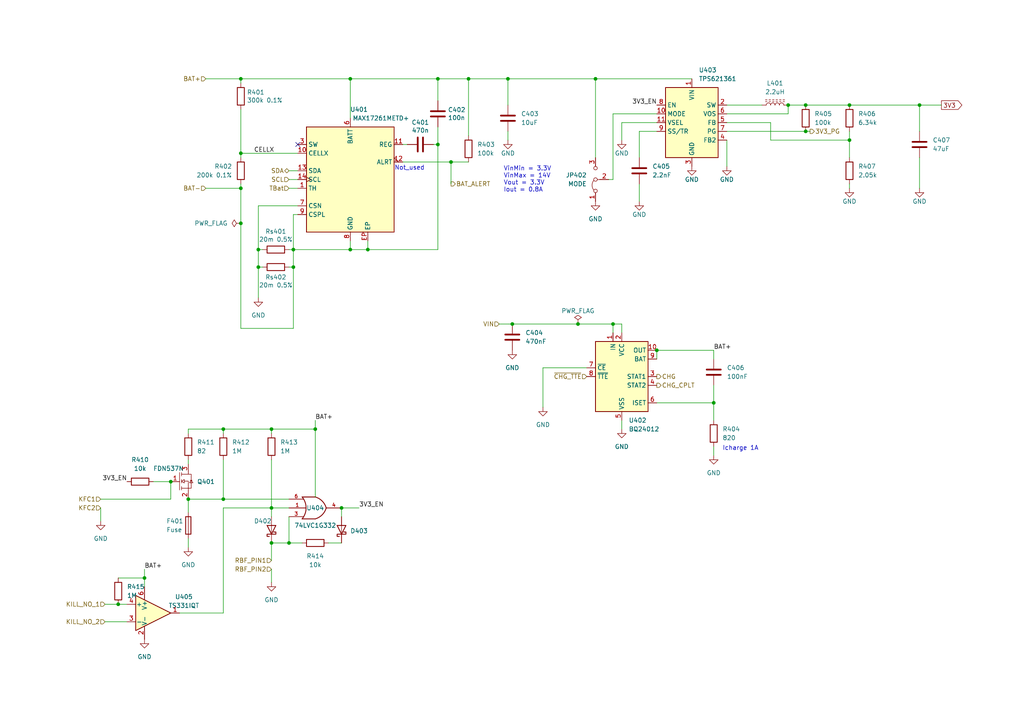
<source format=kicad_sch>
(kicad_sch (version 20211123) (generator eeschema)
  (paper "A4")
  (lib_symbols
    (symbol "74xGxx:74LVC1G332" (pin_names (offset 1.016))
      (property "Reference" "U" (at -2.54 5.08 0))
      (property "Value" "74LVC1G332" (at 0 -5.08 0))
      (symbol "74LVC1G332_0_1"
        (arc (start -3.81 -3.175) (mid -2.6605 0) (end -3.81 3.175) (stroke (width 0.254)))
        (arc (start 0 -3.175) (mid 1.9989 -1.9989) (end 3.175 0) (stroke (width 0.254)))
        (polyline (pts (xy 0 -3.175) (xy -3.81 -3.175)) (stroke (width 0.254)))
        (polyline (pts (xy 0 3.175) (xy -3.81 3.175)) (stroke (width 0.254)))
        (arc (start 3.175 0) (mid 1.9989 1.9989) (end 0 3.175) (stroke (width 0.254)))
      )
      (symbol "74LVC1G332_1_1"
        (pin input line (at -7.62 0 0) (length 4.826) (name "~") (number "1"))
        (pin power_in line (at 0 -3.175 270) (length 0) hide (name "GND") (number "2"))
        (pin input line (at -7.62 -2.54 0) (length 4.191) (name "~") (number "3"))
        (pin output line (at 7.62 0 180) (length 4.445) (name "~") (number "4"))
        (pin power_in line (at 0 3.175 90) (length 0) hide (name "VCC") (number "5"))
        (pin input line (at -7.62 2.54 0) (length 4.191) (name "~") (number "6"))
      )
    )
    (symbol "Battery_Management:BQ24013"
      (property "Reference" "U" (at -7.62 12.7 0))
      (property "Value" "BQ24013" (at 7.62 12.7 0))
      (symbol "BQ24013_0_1"
        (rectangle (start -7.62 10.16) (end 7.62 -10.16) (stroke (width 0.254)) (fill (type background)))
      )
      (symbol "BQ24013_1_1"
        (pin power_in line (at -2.54 12.7 270) (length 2.54) (name "IN") (number "1"))
        (pin power_out line (at 10.16 7.62 180) (length 2.54) (name "OUT") (number "10"))
        (pin passive line (at 0 -12.7 90) (length 2.54) hide (name "VSS") (number "11"))
        (pin power_in line (at 0 12.7 270) (length 2.54) (name "VCC") (number "2"))
        (pin open_collector line (at 10.16 0 180) (length 2.54) (name "STAT1") (number "3"))
        (pin open_collector line (at 10.16 -2.54 180) (length 2.54) (name "STAT2") (number "4"))
        (pin power_in line (at 0 -12.7 90) (length 2.54) (name "VSS") (number "5"))
        (pin output line (at 10.16 -7.62 180) (length 2.54) (name "ISET") (number "6"))
        (pin input line (at -10.16 2.54 0) (length 2.54) (name "~{CE}") (number "7"))
        (pin input line (at -10.16 0 0) (length 2.54) (name "~{TTE}") (number "8"))
        (pin input line (at 10.16 5.08 180) (length 2.54) (name "BAT") (number "9"))
      )
    )
    (symbol "Device:C" (pin_numbers hide) (pin_names (offset 0.254))
      (property "Reference" "C" (at 0.635 2.54 0))
      (property "Value" "C" (at 0.635 -2.54 0))
      (symbol "C_0_1"
        (polyline (pts (xy -2.032 -0.762) (xy 2.032 -0.762)) (stroke (width 0.508)))
        (polyline (pts (xy -2.032 0.762) (xy 2.032 0.762)) (stroke (width 0.508)))
      )
      (symbol "C_1_1"
        (pin passive line (at 0 3.81 270) (length 2.794) (name "~") (number "1"))
        (pin passive line (at 0 -3.81 90) (length 2.794) (name "~") (number "2"))
      )
    )
    (symbol "Device:Fuse" (pin_numbers hide) (pin_names (offset 0))
      (property "Reference" "F" (at 2.032 0 90))
      (property "Value" "Fuse" (at -1.905 0 90))
      (symbol "Fuse_0_1"
        (rectangle (start -0.762 -2.54) (end 0.762 2.54) (stroke (width 0.254)))
        (polyline (pts (xy 0 2.54) (xy 0 -2.54)))
      )
      (symbol "Fuse_1_1"
        (pin passive line (at 0 3.81 270) (length 1.27) (name "~") (number "1"))
        (pin passive line (at 0 -3.81 90) (length 1.27) (name "~") (number "2"))
      )
    )
    (symbol "Device:L_Ferrite" (pin_numbers hide) (pin_names (offset 1.016) hide)
      (property "Reference" "L" (at -1.27 0 90))
      (property "Value" "L_Ferrite" (at 2.794 0 90))
      (symbol "L_Ferrite_0_1"
        (arc (start 0 -2.54) (mid 0.635 -1.905) (end 0 -1.27))
        (arc (start 0 -1.27) (mid 0.635 -0.635) (end 0 0))
        (polyline (pts (xy 1.016 -2.794) (xy 1.016 -2.286)))
        (polyline (pts (xy 1.016 -1.778) (xy 1.016 -1.27)))
        (polyline (pts (xy 1.016 -0.762) (xy 1.016 -0.254)))
        (polyline (pts (xy 1.016 0.254) (xy 1.016 0.762)))
        (polyline (pts (xy 1.016 1.27) (xy 1.016 1.778)))
        (polyline (pts (xy 1.016 2.286) (xy 1.016 2.794)))
        (polyline (pts (xy 1.524 -2.286) (xy 1.524 -2.794)))
        (polyline (pts (xy 1.524 -1.27) (xy 1.524 -1.778)))
        (polyline (pts (xy 1.524 -0.254) (xy 1.524 -0.762)))
        (polyline (pts (xy 1.524 0.762) (xy 1.524 0.254)))
        (polyline (pts (xy 1.524 1.778) (xy 1.524 1.27)))
        (polyline (pts (xy 1.524 2.794) (xy 1.524 2.286)))
        (arc (start 0 0) (mid 0.635 0.635) (end 0 1.27))
        (arc (start 0 1.27) (mid 0.635 1.905) (end 0 2.54))
      )
      (symbol "L_Ferrite_1_1"
        (pin passive line (at 0 3.81 270) (length 1.27) (name "1") (number "1"))
        (pin passive line (at 0 -3.81 90) (length 1.27) (name "2") (number "2"))
      )
    )
    (symbol "Device:R" (pin_numbers hide) (pin_names (offset 0))
      (property "Reference" "R" (at 2.032 0 90))
      (property "Value" "R" (at 0 0 90))
      (symbol "R_0_1"
        (rectangle (start -1.016 -2.54) (end 1.016 2.54) (stroke (width 0.254)))
      )
      (symbol "R_1_1"
        (pin passive line (at 0 3.81 270) (length 1.27) (name "~") (number "1"))
        (pin passive line (at 0 -3.81 90) (length 1.27) (name "~") (number "2"))
      )
    )
    (symbol "Jumper:Jumper_3_Bridged12" (pin_names (offset 0) hide)
      (property "Reference" "JP" (at -2.54 -2.54 0))
      (property "Value" "Jumper_3_Bridged12" (at 0 2.794 0))
      (symbol "Jumper_3_Bridged12_0_0"
        (circle (center -3.302 0) (radius 0.508))
        (circle (center 0 0) (radius 0.508))
        (circle (center 3.302 0) (radius 0.508))
      )
      (symbol "Jumper_3_Bridged12_0_1"
        (arc (start -0.254 0.508) (mid -1.651 0.9912) (end -3.048 0.508))
        (polyline (pts (xy 0 -1.27) (xy 0 -0.508)))
      )
      (symbol "Jumper_3_Bridged12_1_1"
        (pin passive line (at -6.35 0 0) (length 2.54) (name "A") (number "1"))
        (pin passive line (at 0 -3.81 90) (length 2.54) (name "C") (number "2"))
        (pin passive line (at 6.35 0 180) (length 2.54) (name "B") (number "3"))
      )
    )
    (symbol "lsf-kicad:CDBU40-HF" (pin_numbers hide) (pin_names hide)
      (property "Reference" "D" (at 0.3175 6.35 0))
      (property "Value" "CDBU40-HF" (at 0.3175 3.81 0))
      (symbol "CDBU40-HF_0_1"
        (polyline (pts (xy 1.27 0) (xy -1.27 0)))
        (polyline (pts (xy 1.27 1.27) (xy 1.27 -1.27) (xy -1.27 0) (xy 1.27 1.27)) (stroke (width 0.254)))
        (polyline (pts (xy -1.905 0.635) (xy -1.905 1.27) (xy -1.27 1.27) (xy -1.27 -1.27) (xy -0.635 -1.27) (xy -0.635 -0.635)) (stroke (width 0.254)))
      )
      (symbol "CDBU40-HF_1_1"
        (pin passive line (at -3.81 0 0) (length 2.54) (name "K") (number "1"))
        (pin passive line (at 3.81 0 180) (length 2.54) (name "A") (number "2"))
      )
    )
    (symbol "lsf-kicad:FDN537N"
      (property "Reference" "Q" (at 3.81 3.81 0))
      (property "Value" "FDN537N" (at 5.08 1.27 0))
      (symbol "FDN537N_0_0"
        (polyline (pts (xy 0.0078 2.6609) (xy 0.0078 -2.4191)))
        (polyline (pts (xy 0.592 -1.4031) (xy 0.592 -2.4191)))
        (polyline (pts (xy 0.592 0.6289) (xy 0.592 -0.3871)))
        (polyline (pts (xy 0.592 2.6609) (xy 0.592 1.6449)))
        (polyline (pts (xy 3.64 0.3749) (xy 3.132 0.3749)))
        (polyline (pts (xy 0.592 -1.9111) (xy 3.386 -1.9111) (xy 3.386 2.1529) (xy 0.592 2.1529)))
        (polyline (pts (xy 0.592 0.1209) (xy 1.3794 -0.3871) (xy 1.3794 0.6289) (xy 0.592 0.1209)) (stroke (width 0.1524)))
        (polyline (pts (xy 3.386 0.4511) (xy 2.878 -0.3363) (xy 3.894 -0.3363) (xy 3.386 0.4511)) (stroke (width 0.1524)))
      )
      (symbol "FDN537N_0_1"
        (polyline (pts (xy 2.54 2.54) (xy 2.54 2.1844)))
        (polyline (pts (xy 2.54 -2.54) (xy 2.54 0.1524) (xy 1.4224 0.1524)))
      )
      (symbol "FDN537N_1_1"
        (pin input line (at -2.54 0 0) (length 2.54) (name "") (number "1"))
        (pin passive line (at 2.54 -5.08 90) (length 2.54) (name "") (number "2"))
        (pin passive line (at 2.54 5.08 270) (length 2.54) (name "") (number "3"))
      )
    )
    (symbol "lsf-kicad:MAX17261METD+"
      (property "Reference" "U" (at 0 5.08 0))
      (property "Value" "MAX17261METD+" (at 0 1.27 0))
      (symbol "MAX17261METD+_0_1"
        (rectangle (start -12.7 15.24) (end 12.7 -15.24) (stroke (width 0.254)) (fill (type background)))
      )
      (symbol "MAX17261METD+_1_1"
        (pin input line (at -15.24 -2.54 0) (length 2.54) (name "TH") (number "1"))
        (pin passive line (at -15.24 7.62 0) (length 2.54) (name "CELLX") (number "10"))
        (pin power_out line (at 15.24 10.16 180) (length 2.54) (name "REG") (number "11"))
        (pin open_collector output_low (at 15.24 5.08 180) (length 2.54) (name "ALRT") (number "12"))
        (pin bidirectional line (at -15.24 2.54 0) (length 2.54) (name "SDA") (number "13"))
        (pin input clock (at -15.24 0 0) (length 2.54) (name "SCL") (number "14"))
        (pin no_connect line (at -10.16 -17.78 90) (length 2.54) hide (name "NC") (number "2"))
        (pin output line (at -15.24 10.16 0) (length 2.54) (name "SW") (number "3"))
        (pin no_connect line (at -7.62 -17.78 90) (length 2.54) hide (name "NC") (number "4"))
        (pin no_connect line (at -5.08 -17.78 90) (length 2.54) hide (name "NC") (number "5"))
        (pin power_in line (at 0 17.78 270) (length 2.54) (name "BATT") (number "6"))
        (pin passive line (at -15.24 -7.62 0) (length 2.54) (name "CSN") (number "7"))
        (pin power_in line (at 0 -17.78 90) (length 2.54) (name "GND") (number "8"))
        (pin passive line (at -15.24 -10.16 0) (length 2.54) (name "CSPL") (number "9"))
        (pin power_in line (at 5.08 -17.78 90) (length 2.54) (name "EP") (number "EP"))
      )
    )
    (symbol "lsf-kicad:TPS62136x"
      (property "Reference" "U403" (at 2.0194 15.24 0))
      (property "Value" "TPS62136x" (at 2.0194 12.7 0))
      (symbol "TPS62136x_0_1"
        (rectangle (start -7.62 10.16) (end 7.62 -10.16) (stroke (width 0.254)) (fill (type background)))
      )
      (symbol "TPS62136x_1_1"
        (pin power_in line (at 0 12.7 270) (length 2.54) (name "VIN") (number "1"))
        (pin input line (at -10.16 2.54 0) (length 2.54) (name "MODE") (number "10"))
        (pin input line (at -10.16 0 0) (length 2.54) (name "VSEL") (number "11"))
        (pin passive line (at 10.16 5.08 180) (length 2.54) (name "SW") (number "2"))
        (pin power_in line (at 0 -12.7 90) (length 2.54) (name "GND") (number "3"))
        (pin power_in line (at 10.16 -5.08 180) (length 2.54) (name "FB2") (number "4"))
        (pin input line (at 10.16 0 180) (length 2.54) (name "FB") (number "5"))
        (pin input line (at 10.16 2.54 180) (length 2.54) (name "VOS") (number "6"))
        (pin open_collector line (at 10.16 -2.54 180) (length 2.54) (name "PG") (number "7"))
        (pin input line (at -10.16 5.08 0) (length 2.54) (name "EN") (number "8"))
        (pin input line (at -10.16 -2.54 0) (length 2.54) (name "SS/TR") (number "9"))
      )
    )
    (symbol "lsf-kicad:TS331" (pin_names (offset 0.127))
      (property "Reference" "U?" (at 8.89 4.699 0))
      (property "Value" "TS331" (at 8.89 2.159 0))
      (symbol "TS331_0_1"
        (polyline (pts (xy -5.08 5.08) (xy 5.08 0) (xy -5.08 -5.08) (xy -5.08 5.08)) (stroke (width 0.254)) (fill (type background)))
      )
      (symbol "TS331_1_1"
        (pin open_collector line (at 7.62 0 180) (length 2.54) (name "~") (number "1"))
        (pin power_in line (at -2.54 -7.62 90) (length 3.81) (name "V-") (number "2"))
        (pin input line (at -7.62 -2.54 0) (length 2.54) (name "-") (number "3"))
        (pin input line (at -7.62 2.54 0) (length 2.54) (name "+") (number "4"))
        (pin power_in line (at -2.54 7.62 270) (length 3.81) (name "V+") (number "6"))
      )
    )
    (symbol "power:GND" (power) (pin_names (offset 0))
      (property "Value" "GND" (at 0 -3.81 0))
      (symbol "GND_0_1"
        (polyline (pts (xy 0 0) (xy 0 -1.27) (xy 1.27 -1.27) (xy 0 -2.54) (xy -1.27 -1.27) (xy 0 -1.27)))
      )
      (symbol "GND_1_1"
        (pin power_in line (at 0 0 270) (length 0) hide (name "GND") (number "1"))
      )
    )
    (symbol "power:PWR_FLAG" (power) (pin_numbers hide) (pin_names (offset 0) hide)
      (property "Value" "PWR_FLAG" (at 0 3.81 0))
      (symbol "PWR_FLAG_0_0"
        (pin power_out line (at 0 0 90) (length 0) (name "pwr") (number "1"))
      )
      (symbol "PWR_FLAG_0_1"
        (polyline (pts (xy 0 0) (xy 0 1.27) (xy -1.016 1.905) (xy 0 2.54) (xy 1.016 1.905) (xy 0 1.27)))
      )
    )
  )
  (junction (at 190.5 101.6))
  (junction (at 101.6 22.86))
  (junction (at 177.8 93.98))
  (junction (at 74.93 72.39))
  (junction (at 64.77 124.46))
  (junction (at 64.77 144.78))
  (junction (at 78.74 157.48))
  (junction (at 135.89 22.86))
  (junction (at 69.85 22.86))
  (junction (at 233.68 38.1))
  (junction (at 246.38 30.48))
  (junction (at 167.64 93.98))
  (junction (at 85.09 77.47))
  (junction (at 207.01 116.84))
  (junction (at 78.74 147.32))
  (junction (at 233.68 30.48))
  (junction (at 69.85 44.45))
  (junction (at 147.32 22.86))
  (junction (at 246.38 40.64))
  (junction (at 148.59 93.98))
  (junction (at 69.85 54.61))
  (junction (at 85.09 72.39))
  (junction (at 41.91 167.64))
  (junction (at 49.53 139.7))
  (junction (at 34.29 175.26))
  (junction (at 99.06 147.32))
  (junction (at 266.7 30.48))
  (junction (at 78.74 124.46))
  (junction (at 83.82 157.48))
  (junction (at 130.81 46.99))
  (junction (at 74.93 77.47))
  (junction (at 127 22.86))
  (junction (at 91.44 124.46))
  (junction (at 101.6 72.39))
  (junction (at 54.61 144.78))
  (junction (at 106.68 72.39))
  (junction (at 172.72 22.86))
  (junction (at 228.6 30.48))
  (junction (at 69.85 64.77))
  (junction (at 127 41.91))
  (no_connect (at 86.36 41.91))
  (wire (pts (xy 78.74 147.32) (xy 83.82 147.32)))
  (wire (pts (xy 223.52 40.64) (xy 246.38 40.64)))
  (wire (pts (xy 34.29 167.64) (xy 41.91 167.64)))
  (wire (pts (xy 207.01 111.76) (xy 207.01 116.84)))
  (wire (pts (xy 101.6 34.29) (xy 101.6 22.86)))
  (wire (pts (xy 64.77 124.46) (xy 64.77 125.73)))
  (wire (pts (xy 167.64 93.98) (xy 177.8 93.98)))
  (wire (pts (xy 101.6 69.85) (xy 101.6 72.39)))
  (wire (pts (xy 207.01 121.92) (xy 207.01 116.84)))
  (wire (pts (xy 127 41.91) (xy 127 72.39)))
  (wire (pts (xy 246.38 30.48) (xy 233.68 30.48)))
  (wire (pts (xy 69.85 44.45) (xy 69.85 45.72)))
  (wire (pts (xy 207.01 101.6) (xy 207.01 104.14)))
  (wire (pts (xy 233.68 38.1) (xy 210.82 38.1)))
  (wire (pts (xy 54.61 144.78) (xy 54.61 148.59)))
  (wire (pts (xy 69.85 64.77) (xy 69.85 95.25)))
  (wire (pts (xy 228.6 33.02) (xy 228.6 30.48)))
  (wire (pts (xy 86.36 59.69) (xy 74.93 59.69)))
  (wire (pts (xy 69.85 54.61) (xy 69.85 53.34)))
  (wire (pts (xy 78.74 165.1) (xy 78.74 168.91)))
  (wire (pts (xy 91.44 121.92) (xy 91.44 124.46)))
  (wire (pts (xy 127 41.91) (xy 125.73 41.91)))
  (wire (pts (xy 30.48 180.34) (xy 36.83 180.34)))
  (wire (pts (xy 106.68 72.39) (xy 127 72.39)))
  (wire (pts (xy 91.44 124.46) (xy 78.74 124.46)))
  (wire (pts (xy 44.45 139.7) (xy 49.53 139.7)))
  (wire (pts (xy 64.77 133.35) (xy 64.77 144.78)))
  (wire (pts (xy 49.53 144.78) (xy 49.53 139.7)))
  (wire (pts (xy 234.95 38.1) (xy 233.68 38.1)))
  (wire (pts (xy 207.01 116.84) (xy 190.5 116.84)))
  (wire (pts (xy 59.69 22.86) (xy 69.85 22.86)))
  (wire (pts (xy 54.61 144.78) (xy 64.77 144.78)))
  (wire (pts (xy 210.82 30.48) (xy 220.98 30.48)))
  (wire (pts (xy 246.38 54.61) (xy 246.38 53.34)))
  (wire (pts (xy 177.8 52.07) (xy 176.53 52.07)))
  (wire (pts (xy 180.34 93.98) (xy 180.34 96.52)))
  (wire (pts (xy 83.82 52.07) (xy 86.36 52.07)))
  (wire (pts (xy 177.8 93.98) (xy 180.34 93.98)))
  (wire (pts (xy 91.44 124.46) (xy 91.44 144.145)))
  (wire (pts (xy 86.36 62.23) (xy 85.09 62.23)))
  (wire (pts (xy 78.74 124.46) (xy 78.74 125.73)))
  (wire (pts (xy 101.6 22.86) (xy 127 22.86)))
  (wire (pts (xy 116.84 41.91) (xy 118.11 41.91)))
  (wire (pts (xy 74.93 77.47) (xy 74.93 86.36)))
  (wire (pts (xy 246.38 40.64) (xy 246.38 38.1)))
  (wire (pts (xy 177.8 93.98) (xy 177.8 96.52)))
  (wire (pts (xy 135.89 22.86) (xy 135.89 39.37)))
  (wire (pts (xy 69.85 54.61) (xy 69.85 64.77)))
  (wire (pts (xy 76.2 77.47) (xy 74.93 77.47)))
  (wire (pts (xy 30.48 175.26) (xy 34.29 175.26)))
  (wire (pts (xy 78.74 133.35) (xy 78.74 147.32)))
  (wire (pts (xy 34.29 175.26) (xy 36.83 175.26)))
  (wire (pts (xy 83.82 157.48) (xy 83.82 149.86)))
  (wire (pts (xy 69.85 22.86) (xy 69.85 24.13)))
  (wire (pts (xy 127 22.86) (xy 135.89 22.86)))
  (wire (pts (xy 86.36 54.61) (xy 83.82 54.61)))
  (wire (pts (xy 130.81 46.99) (xy 130.81 53.34)))
  (wire (pts (xy 64.77 177.8) (xy 64.77 147.32)))
  (wire (pts (xy 69.85 95.25) (xy 85.09 95.25)))
  (wire (pts (xy 78.74 124.46) (xy 64.77 124.46)))
  (wire (pts (xy 106.68 72.39) (xy 101.6 72.39)))
  (wire (pts (xy 147.32 30.48) (xy 147.32 22.86)))
  (wire (pts (xy 69.85 31.75) (xy 69.85 44.45)))
  (wire (pts (xy 177.8 33.02) (xy 177.8 52.07)))
  (wire (pts (xy 78.74 157.48) (xy 78.74 162.56)))
  (wire (pts (xy 157.48 106.68) (xy 157.48 118.11)))
  (wire (pts (xy 116.84 46.99) (xy 130.81 46.99)))
  (wire (pts (xy 29.21 144.78) (xy 49.53 144.78)))
  (wire (pts (xy 41.91 165.1) (xy 41.91 167.64)))
  (wire (pts (xy 185.42 53.34) (xy 185.42 58.42)))
  (wire (pts (xy 210.82 40.64) (xy 210.82 48.26)))
  (wire (pts (xy 130.81 46.99) (xy 135.89 46.99)))
  (wire (pts (xy 147.32 22.86) (xy 172.72 22.86)))
  (wire (pts (xy 210.82 33.02) (xy 228.6 33.02)))
  (wire (pts (xy 223.52 35.56) (xy 223.52 40.64)))
  (wire (pts (xy 157.48 106.68) (xy 170.18 106.68)))
  (wire (pts (xy 54.61 156.21) (xy 54.61 158.75)))
  (wire (pts (xy 172.72 22.86) (xy 200.66 22.86)))
  (wire (pts (xy 83.82 49.53) (xy 86.36 49.53)))
  (wire (pts (xy 148.59 93.98) (xy 167.64 93.98)))
  (wire (pts (xy 106.68 69.85) (xy 106.68 72.39)))
  (wire (pts (xy 54.61 133.35) (xy 54.61 134.62)))
  (wire (pts (xy 74.93 77.47) (xy 74.93 72.39)))
  (wire (pts (xy 59.69 54.61) (xy 69.85 54.61)))
  (wire (pts (xy 144.78 93.98) (xy 148.59 93.98)))
  (wire (pts (xy 78.74 157.48) (xy 83.82 157.48)))
  (wire (pts (xy 190.5 101.6) (xy 190.5 104.14)))
  (wire (pts (xy 210.82 35.56) (xy 223.52 35.56)))
  (wire (pts (xy 99.06 149.86) (xy 99.06 147.32)))
  (wire (pts (xy 246.38 30.48) (xy 266.7 30.48)))
  (wire (pts (xy 180.34 35.56) (xy 190.5 35.56)))
  (wire (pts (xy 127 41.91) (xy 127 36.83)))
  (wire (pts (xy 135.89 22.86) (xy 147.32 22.86)))
  (wire (pts (xy 64.77 147.32) (xy 78.74 147.32)))
  (wire (pts (xy 190.5 38.1) (xy 185.42 38.1)))
  (wire (pts (xy 74.93 72.39) (xy 76.2 72.39)))
  (wire (pts (xy 54.61 124.46) (xy 64.77 124.46)))
  (wire (pts (xy 190.5 101.6) (xy 207.01 101.6)))
  (wire (pts (xy 233.68 30.48) (xy 228.6 30.48)))
  (wire (pts (xy 64.77 144.78) (xy 83.82 144.78)))
  (wire (pts (xy 85.09 72.39) (xy 101.6 72.39)))
  (wire (pts (xy 85.09 62.23) (xy 85.09 72.39)))
  (wire (pts (xy 29.21 147.32) (xy 29.21 151.13)))
  (wire (pts (xy 266.7 30.48) (xy 273.05 30.48)))
  (wire (pts (xy 85.09 95.25) (xy 85.09 77.47)))
  (wire (pts (xy 69.85 44.45) (xy 86.36 44.45)))
  (wire (pts (xy 147.32 40.64) (xy 147.32 38.1)))
  (wire (pts (xy 246.38 40.64) (xy 246.38 45.72)))
  (wire (pts (xy 266.7 54.61) (xy 266.7 45.72)))
  (wire (pts (xy 54.61 124.46) (xy 54.61 125.73)))
  (wire (pts (xy 99.06 147.32) (xy 104.14 147.32)))
  (wire (pts (xy 95.25 157.48) (xy 99.06 157.48)))
  (wire (pts (xy 180.34 35.56) (xy 180.34 40.64)))
  (wire (pts (xy 207.01 132.08) (xy 207.01 129.54)))
  (wire (pts (xy 180.34 121.92) (xy 180.34 124.46)))
  (wire (pts (xy 74.93 59.69) (xy 74.93 72.39)))
  (wire (pts (xy 190.5 33.02) (xy 177.8 33.02)))
  (wire (pts (xy 83.82 157.48) (xy 87.63 157.48)))
  (wire (pts (xy 127 29.21) (xy 127 22.86)))
  (wire (pts (xy 78.74 147.32) (xy 78.74 149.86)))
  (wire (pts (xy 101.6 22.86) (xy 69.85 22.86)))
  (wire (pts (xy 85.09 72.39) (xy 85.09 77.47)))
  (wire (pts (xy 85.09 77.47) (xy 83.82 77.47)))
  (wire (pts (xy 185.42 38.1) (xy 185.42 45.72)))
  (wire (pts (xy 41.91 167.64) (xy 41.91 170.18)))
  (wire (pts (xy 172.72 22.86) (xy 172.72 45.72)))
  (wire (pts (xy 83.82 72.39) (xy 85.09 72.39)))
  (wire (pts (xy 52.07 177.8) (xy 64.77 177.8)))
  (wire (pts (xy 266.7 30.48) (xy 266.7 38.1)))
  (text "Not_used" (at 123.19 49.53 180) (effects (font (size 1.27 1.27)) (justify right bottom)))
  (text "Icharge 1A" (at 209.55 130.81 0) (effects (font (size 1.27 1.27)) (justify left bottom)))
  (text "VinMin = 3.3V\nVinMax = 14V\nVout = 3.3V\nIout = 0.8A" (at 146.05 55.88 0) (effects (font (size 1.27 1.27)) (justify left bottom)))
  (label "BAT+" (at 91.44 121.92 0))
  (label "3V3_EN" (at 190.5 30.48 180))
  (label "3V3_EN" (at 36.83 139.7 180))
  (label "BAT+" (at 207.01 101.6 0))
  (label "BAT+" (at 41.91 165.1 0))
  (label "3V3_EN" (at 104.14 147.32 0))
  (label "CELLX" (at 73.66 44.45 0))
  (global_label "3V3" (shape output) (at 273.05 30.48 0) (property "Intersheet References" "${INTERSHEET_REFS}" (effects hide)))
  (hierarchical_label "KFC2" (shape input) (at 29.21 147.32 180))
  (hierarchical_label "RBF_PIN2" (shape input) (at 78.74 165.1 180))
  (hierarchical_label "KILL_NO_2" (shape input) (at 30.48 180.34 180))
  (hierarchical_label "BAT+" (shape input) (at 59.69 22.86 180))
  (hierarchical_label "RBF_PIN1" (shape input) (at 78.74 162.56 180))
  (hierarchical_label "~{CHG_TTE}" (shape input) (at 170.18 109.22 180))
  (hierarchical_label "SDA" (shape bidirectional) (at 83.82 49.53 180))
  (hierarchical_label "3V3_PG" (shape output) (at 234.95 38.1 0))
  (hierarchical_label "TBat" (shape input) (at 83.82 54.61 180))
  (hierarchical_label "VIN" (shape input) (at 144.78 93.98 180))
  (hierarchical_label "CHG" (shape output) (at 190.5 109.22 0))
  (hierarchical_label "KFC1" (shape input) (at 29.21 144.78 180))
  (hierarchical_label "CHG_CPLT" (shape output) (at 190.5 111.76 0))
  (hierarchical_label "SCL" (shape input) (at 83.82 52.07 180))
  (hierarchical_label "BAT-" (shape input) (at 59.69 54.61 180))
  (hierarchical_label "BAT_ALERT" (shape output) (at 130.81 53.34 0))
  (hierarchical_label "KILL_NO_1" (shape input) (at 30.48 175.26 180))
  (symbol (lib_id "lsf-kicad:TPS62136x") (at 200.66 35.56 0) (unit 1)
    (property "Reference" "U403" (at 202.6794 20.32 0) (effects (justify left)))
    (property "Value" "TPS621361" (at 202.6794 22.86 0) (effects (justify left)))
    (property "Footprint" "lsf-kicad-lib:Texas_RGX0011A" (effects hide))
    (property "Datasheet" "https://www.ti.com/lit/ds/symlink/tps62136.pdf" (effects hide))
    (property "Part Number" "TPS621361RGXR" (effects hide))
  )
  (symbol (lib_id "power:GND") (at 54.61 158.75 0) (unit 1)
    (property "Reference" "#PWR0117" (effects hide))
    (property "Value" "GND" (at 54.61 163.83 0))
  )
  (symbol (lib_id "Device:C") (at 185.42 49.53 0) (unit 1)
    (property "Reference" "C405" (at 189.23 48.2599 0) (effects (justify left)))
    (property "Value" "2.2nF" (at 189.23 50.7999 0) (effects (justify left)))
    (property "Footprint" "Capacitor_SMD:C_0402_1005Metric" (effects hide))
    (property "Part Number" "GRM155R71E222KA01D" (effects hide))
  )
  (symbol (lib_id "Device:R") (at 207.01 125.73 0) (unit 1)
    (property "Reference" "R404" (at 209.55 124.4599 0) (effects (justify left)))
    (property "Value" "820" (at 209.55 126.9999 0) (effects (justify left)))
    (property "Footprint" "Resistor_SMD:R_0402_1005Metric" (effects hide))
    (property "Part Number" "CR0402-JW-821GLF" (effects hide))
  )
  (symbol (lib_id "Device:C") (at 148.59 97.79 0) (unit 1)
    (property "Reference" "C404" (at 152.4 96.5199 0) (effects (justify left)))
    (property "Value" "470nF" (at 152.4 99.0599 0) (effects (justify left)))
    (property "Footprint" "Capacitor_SMD:C_0402_1005Metric" (effects hide))
    (property "Part Number" "C0402C474K8RACTU" (effects hide))
  )
  (symbol (lib_id "Device:R") (at 64.77 129.54 0) (unit 1)
    (property "Reference" "R412" (at 67.31 128.2699 0) (effects (justify left)))
    (property "Value" "1M" (at 67.31 130.8099 0) (effects (justify left)))
    (property "Footprint" "Resistor_SMD:R_0402_1005Metric" (effects hide))
    (property "Part Number" "ASC0402-1M0FT10" (effects hide))
  )
  (symbol (lib_id "power:GND") (at 180.34 40.64 0) (unit 1)
    (property "Reference" "#PWR0404" (effects hide))
    (property "Value" "GND" (at 180.34 44.45 0))
  )
  (symbol (lib_id "Device:R") (at 80.01 72.39 270) (unit 1)
    (property "Reference" "Rs401" (at 80.01 67.1322 90))
    (property "Value" "20m 0.5%" (at 80.01 69.4436 90))
    (property "Footprint" "Resistor_SMD:R_0402_1005Metric" (effects hide))
    (property "Part Number" "PE0402FRF070R02L" (effects hide))
  )
  (symbol (lib_id "power:GND") (at 41.91 185.42 0) (unit 1)
    (property "Reference" "#PWR0304" (effects hide))
    (property "Value" "GND" (at 41.91 190.5 0))
  )
  (symbol (lib_id "Device:R") (at 34.29 171.45 0) (unit 1)
    (property "Reference" "R415" (at 36.83 170.1799 0) (effects (justify left)))
    (property "Value" "1M" (at 36.83 172.7199 0) (effects (justify left)))
    (property "Footprint" "Resistor_SMD:R_0402_1005Metric" (effects hide))
    (property "Part Number" "ASC0402-1M0FT10" (effects hide))
  )
  (symbol (lib_id "Device:C") (at 207.01 107.95 0) (unit 1)
    (property "Reference" "C406" (at 210.82 106.6799 0) (effects (justify left)))
    (property "Value" "100nF" (at 210.82 109.2199 0) (effects (justify left)))
    (property "Footprint" "Capacitor_SMD:C_0402_1005Metric" (effects hide))
    (property "Part Number" "CC0402KRX7R7BB104" (effects hide))
  )
  (symbol (lib_id "power:GND") (at 29.21 151.13 0) (unit 1)
    (property "Reference" "#PWR0118" (effects hide))
    (property "Value" "GND" (at 29.21 156.21 0))
  )
  (symbol (lib_id "Device:R") (at 78.74 129.54 0) (unit 1)
    (property "Reference" "R413" (at 81.28 128.2699 0) (effects (justify left)))
    (property "Value" "1M" (at 81.28 130.8099 0) (effects (justify left)))
    (property "Footprint" "Resistor_SMD:R_0402_1005Metric" (effects hide))
    (property "Part Number" "ASC0402-1M0FT10" (effects hide))
  )
  (symbol (lib_id "power:PWR_FLAG") (at 167.64 93.98 0) (unit 1)
    (property "Reference" "#FLG0402" (effects hide))
    (property "Value" "PWR_FLAG" (at 167.64 90.17 0))
  )
  (symbol (lib_id "Device:R") (at 233.68 34.29 0) (unit 1)
    (property "Reference" "R405" (at 236.22 33.0199 0) (effects (justify left)))
    (property "Value" "100k" (at 236.22 35.5599 0) (effects (justify left)))
    (property "Footprint" "Resistor_SMD:R_0402_1005Metric" (effects hide))
    (property "Part Number" "ERJ-2RKF1003X" (effects hide))
  )
  (symbol (lib_id "power:GND") (at 185.42 58.42 0) (unit 1)
    (property "Reference" "#PWR0407" (effects hide))
    (property "Value" "GND" (at 185.42 62.23 0))
  )
  (symbol (lib_id "power:GND") (at 180.34 124.46 0) (unit 1)
    (property "Reference" "#PWR0406" (effects hide))
    (property "Value" "GND" (at 180.34 129.54 0))
  )
  (symbol (lib_id "Jumper:Jumper_3_Bridged12") (at 172.72 52.07 90) (unit 1) (in_bom no)
    (property "Reference" "JP402" (at 170.18 50.7999 90) (effects (justify left)))
    (property "Value" "MODE" (at 170.18 53.3399 90) (effects (justify left)))
    (property "Footprint" "Jumper:SolderJumper-3_P1.3mm_Bridged2Bar12_Pad1.0x1.5mm_NumberLabels" (effects hide))
  )
  (symbol (lib_id "Device:C") (at 266.7 41.91 0) (unit 1)
    (property "Reference" "C407" (at 270.51 40.6399 0) (effects (justify left)))
    (property "Value" "47uF" (at 270.51 43.1799 0) (effects (justify left)))
    (property "Footprint" "Capacitor_SMD:C_1206_3216Metric" (effects hide))
    (property "Datasheet" "https://www.murata.com/en-eu/api/pdfdownloadapi?cate=luCeramicCapacitorsSMD&partno=GRM188R60J226MEA0%23" (effects hide))
    (property "Part Number" "GRM31CR60J476ME19L" (effects hide))
  )
  (symbol (lib_id "lsf-kicad:MAX17261METD+") (at 101.6 52.07 0) (unit 1)
    (property "Reference" "U401" (at 104.14 31.75 0))
    (property "Value" "MAX17261METD+" (at 110.49 34.29 0))
    (property "Footprint" "lsf-kicad-lib:TDFN-14-1EP_3x3mm_P0.4mm_EP1.7x2.3mm" (effects hide))
    (property "Datasheet" "https://datasheets.maximintegrated.com/en/ds/MAX17261.pdf" (effects hide))
    (property "Part Number" "MAX17261METD+" (effects hide))
  )
  (symbol (lib_id "Device:R") (at 246.38 49.53 0) (unit 1)
    (property "Reference" "R407" (at 248.92 48.2599 0) (effects (justify left)))
    (property "Value" "2.05k" (at 248.92 50.7999 0) (effects (justify left)))
    (property "Footprint" "Resistor_SMD:R_0402_1005Metric" (effects hide))
    (property "Part Number" "AC0402FR-072K05L" (effects hide))
  )
  (symbol (lib_id "Device:R") (at 54.61 129.54 0) (unit 1)
    (property "Reference" "R411" (at 57.15 128.2699 0) (effects (justify left)))
    (property "Value" "82" (at 57.15 130.8099 0) (effects (justify left)))
    (property "Footprint" "Resistor_SMD:R_0402_1005Metric" (effects hide))
    (property "Part Number" "RC0402JR-0782RL" (effects hide))
  )
  (symbol (lib_id "power:GND") (at 207.01 132.08 0) (unit 1)
    (property "Reference" "#PWR0410" (effects hide))
    (property "Value" "GND" (at 207.01 137.16 0))
  )
  (symbol (lib_id "Device:L_Ferrite") (at 224.79 30.48 90) (unit 1)
    (property "Reference" "L401" (at 224.79 24.13 90))
    (property "Value" "2.2uH" (at 224.79 26.67 90))
    (property "Footprint" "Inductor_SMD:L_Coilcraft_XxL4030" (effects hide))
    (property "Datasheet" "https://gr.mouser.com/datasheet/2/597/xel4030-1223874.pdf" (effects hide))
    (property "Part Number" "XEL4030-222MEC" (effects hide))
  )
  (symbol (lib_id "lsf-kicad:FDN537N") (at 52.07 139.7 0) (unit 1)
    (property "Reference" "Q401" (at 57.15 139.7 0) (effects (justify left)))
    (property "Value" "FDN537N" (at 44.45 135.89 0) (effects (justify left)))
    (property "Footprint" "Package_TO_SOT_SMD:SuperSOT-3" (effects hide))
    (property "Datasheet" "https://www.onsemi.com/pub/Collateral/FDN537N-D.pdf" (effects hide))
    (property "Part Number" "FDN537N" (effects hide))
  )
  (symbol (lib_id "power:GND") (at 147.32 40.64 0) (unit 1)
    (property "Reference" "#PWR0402" (effects hide))
    (property "Value" "GND" (at 147.32 44.45 0))
  )
  (symbol (lib_id "lsf-kicad:CDBU40-HF") (at 99.06 153.67 90) (unit 1)
    (property "Reference" "D403" (at 101.6 153.9874 90) (effects (justify right)))
    (property "Value" "CDBU40-HF" (effects hide))
    (property "Footprint" "Diode_SMD:D_0603_1608Metric" (effects hide))
    (property "Datasheet" "https://www.comchiptech.com/admin/files/product/QW-G1012-CDBU40-HF-RevA321692.pdf" (effects hide))
    (property "Part Number" "CDBU40-HF" (effects hide))
  )
  (symbol (lib_id "Device:C") (at 121.92 41.91 90) (unit 1)
    (property "Reference" "C401" (at 121.92 35.5092 90))
    (property "Value" "470n" (at 121.92 37.8206 90))
    (property "Footprint" "Capacitor_SMD:C_0402_1005Metric" (effects hide))
    (property "Part Number" "JMK105B7474KVHF" (effects hide))
  )
  (symbol (lib_id "Device:C") (at 147.32 34.29 0) (unit 1)
    (property "Reference" "C403" (at 151.13 33.0199 0) (effects (justify left)))
    (property "Value" "10uF" (at 151.13 35.5599 0) (effects (justify left)))
    (property "Footprint" "Capacitor_SMD:C_1206_3216Metric" (effects hide))
    (property "Part Number" "CL31A106KOHNNNF" (effects hide))
  )
  (symbol (lib_id "power:GND") (at 172.72 58.42 0) (unit 1)
    (property "Reference" "#PWR0405" (effects hide))
    (property "Value" "GND" (at 172.72 63.5 0))
  )
  (symbol (lib_id "power:GND") (at 78.74 168.91 0) (unit 1)
    (property "Reference" "#PWR0303" (effects hide))
    (property "Value" "GND" (at 78.74 173.99 0))
  )
  (symbol (lib_id "power:GND") (at 210.82 48.26 0) (unit 1)
    (property "Reference" "#PWR0408" (effects hide))
    (property "Value" "GND" (at 210.82 52.07 0))
  )
  (symbol (lib_id "lsf-kicad:TS331") (at 44.45 177.8 0) (unit 1)
    (property "Reference" "U405" (at 53.34 173.101 0))
    (property "Value" "TS331IQT" (at 53.34 175.641 0))
    (property "Footprint" "Package_DFN_QFN:DFN-6_1.3x1.2mm_P0.4mm" (effects hide))
    (property "Datasheet" "https://gr.mouser.com/datasheet/2/389/ts331-1852408.pdf" (effects hide))
    (property "Part Number" "TS331IQT" (effects hide))
  )
  (symbol (lib_id "Device:R") (at 69.85 49.53 0) (unit 1)
    (property "Reference" "R402" (at 67.31 48.2599 0) (effects (justify right)))
    (property "Value" "200k 0.1%" (at 67.31 50.7999 0) (effects (justify right)))
    (property "Footprint" "Resistor_SMD:R_0402_1005Metric" (effects hide))
    (property "Part Number" "RN73H1ETTP2003B25" (effects hide))
  )
  (symbol (lib_id "Device:R") (at 80.01 77.47 270) (unit 1)
    (property "Reference" "Rs402" (at 80.01 80.391 90))
    (property "Value" "20m 0.5%" (at 80.01 82.7024 90))
    (property "Footprint" "Resistor_SMD:R_0402_1005Metric" (effects hide))
    (property "Part Number" "PE0402FRF070R02L" (effects hide))
  )
  (symbol (lib_id "lsf-kicad:CDBU40-HF") (at 78.74 153.67 90) (unit 1)
    (property "Reference" "D402" (at 73.66 151.13 90) (effects (justify right)))
    (property "Value" "CDBU40-HF" (effects hide))
    (property "Footprint" "Diode_SMD:D_0603_1608Metric" (effects hide))
    (property "Datasheet" "https://www.comchiptech.com/admin/files/product/QW-G1012-CDBU40-HF-RevA321692.pdf" (effects hide))
    (property "Part Number" "CDBU40-HF" (effects hide))
  )
  (symbol (lib_id "74xGxx:74LVC1G332") (at 91.44 147.32 0) (unit 1)
    (property "Reference" "U404" (at 91.44 147.32 0))
    (property "Value" "74LVC1G332" (at 91.44 152.4 0))
    (property "Footprint" "Package_TO_SOT_SMD:SOT-363_SC-70-6" (effects hide))
    (property "Datasheet" "https://www.ti.com/lit/ds/symlink/sn74lvc1g332.pdf" (effects hide))
    (property "Part Number" "74LVC1G332DCKRE4" (effects hide))
  )
  (symbol (lib_id "Device:Fuse") (at 54.61 152.4 0) (unit 1)
    (property "Reference" "F401" (at 48.26 151.13 0) (effects (justify left)))
    (property "Value" "Fuse" (at 48.26 153.67 0) (effects (justify left)))
    (property "Footprint" "Fuse:Fuse_0603_1608Metric" (effects hide))
    (property "Part Number" "F0603G0R02FNTR" (effects hide))
  )
  (symbol (lib_id "Device:R") (at 135.89 43.18 180) (unit 1)
    (property "Reference" "R403" (at 138.43 41.9099 0) (effects (justify right)))
    (property "Value" "100k" (at 138.43 44.4499 0) (effects (justify right)))
    (property "Footprint" "Resistor_SMD:R_0402_1005Metric" (effects hide))
    (property "Part Number" "ERJ-2RKF1003X" (effects hide))
  )
  (symbol (lib_id "Device:R") (at 246.38 34.29 0) (unit 1)
    (property "Reference" "R406" (at 248.92 33.0199 0) (effects (justify left)))
    (property "Value" "6.34k" (at 248.92 35.5599 0) (effects (justify left)))
    (property "Footprint" "Resistor_SMD:R_0402_1005Metric" (effects hide))
    (property "Part Number" "AC0402FR-076K34L" (effects hide))
  )
  (symbol (lib_id "Device:R") (at 69.85 27.94 0) (unit 1)
    (property "Reference" "R401" (at 71.628 26.7716 0) (effects (justify left)))
    (property "Value" "300k 0.1%" (at 71.628 29.083 0) (effects (justify left)))
    (property "Footprint" "Resistor_SMD:R_0402_1005Metric" (effects hide))
    (property "Part Number" "MCS0402MD3003BE000" (effects hide))
  )
  (symbol (lib_id "power:GND") (at 266.7 54.61 0) (unit 1)
    (property "Reference" "#PWR0412" (effects hide))
    (property "Value" "GND" (at 266.7 58.42 0))
  )
  (symbol (lib_id "Device:R") (at 40.64 139.7 90) (unit 1)
    (property "Reference" "R410" (at 40.64 133.35 90))
    (property "Value" "10k" (at 40.64 135.89 90))
    (property "Footprint" "Resistor_SMD:R_0402_1005Metric" (effects hide))
    (property "Part Number" "RC0402JR-1310KL" (effects hide))
  )
  (symbol (lib_id "Device:C") (at 127 33.02 0) (unit 1)
    (property "Reference" "C402" (at 129.921 31.8516 0) (effects (justify left)))
    (property "Value" "100n" (at 129.921 34.163 0) (effects (justify left)))
    (property "Footprint" "Capacitor_SMD:C_0402_1005Metric" (effects hide))
    (property "Part Number" "CGA2B1X7R1C104K050BC" (effects hide))
  )
  (symbol (lib_id "Device:R") (at 91.44 157.48 90) (unit 1)
    (property "Reference" "R414" (at 91.44 161.29 90))
    (property "Value" "10k" (at 91.44 163.83 90))
    (property "Footprint" "Resistor_SMD:R_0402_1005Metric" (effects hide))
    (property "Part Number" "RC0402JR-1310KL" (effects hide))
  )
  (symbol (lib_id "Battery_Management:BQ24013") (at 180.34 109.22 0) (unit 1)
    (property "Reference" "U402" (at 182.3594 121.92 0) (effects (justify left)))
    (property "Value" "BQ24012" (at 182.3594 124.46 0) (effects (justify left)))
    (property "Footprint" "Package_SON:Texas_DRC0010J_ThermalVias" (effects hide))
    (property "Datasheet" "http://www.ti.com/lit/ds/symlink/bq24012.pdf" (effects hide))
    (property "Part Number" "BQ24013DRCR" (effects hide))
  )
  (symbol (lib_id "power:PWR_FLAG") (at 69.85 64.77 90) (unit 1)
    (property "Reference" "#FLG0401" (effects hide))
    (property "Value" "PWR_FLAG" (at 66.04 64.7699 90) (effects (justify left)))
  )
  (symbol (lib_id "power:GND") (at 157.48 118.11 0) (unit 1)
    (property "Reference" "#PWR0115" (effects hide))
    (property "Value" "GND" (at 157.48 123.19 0))
  )
  (symbol (lib_id "power:GND") (at 246.38 54.61 0) (unit 1)
    (property "Reference" "#PWR0411" (effects hide))
    (property "Value" "GND" (at 246.38 58.42 0))
  )
  (symbol (lib_id "power:GND") (at 148.59 101.6 0) (unit 1)
    (property "Reference" "#PWR0403" (effects hide))
    (property "Value" "GND" (at 148.59 106.68 0))
  )
  (symbol (lib_id "power:GND") (at 74.93 86.36 0) (unit 1)
    (property "Reference" "#PWR0401" (effects hide))
    (property "Value" "GND" (at 74.93 91.44 0))
  )
  (symbol (lib_id "power:GND") (at 200.66 48.26 0) (unit 1)
    (property "Reference" "#PWR0409" (effects hide))
    (property "Value" "GND" (at 200.66 52.07 0))
  )
)
</source>
